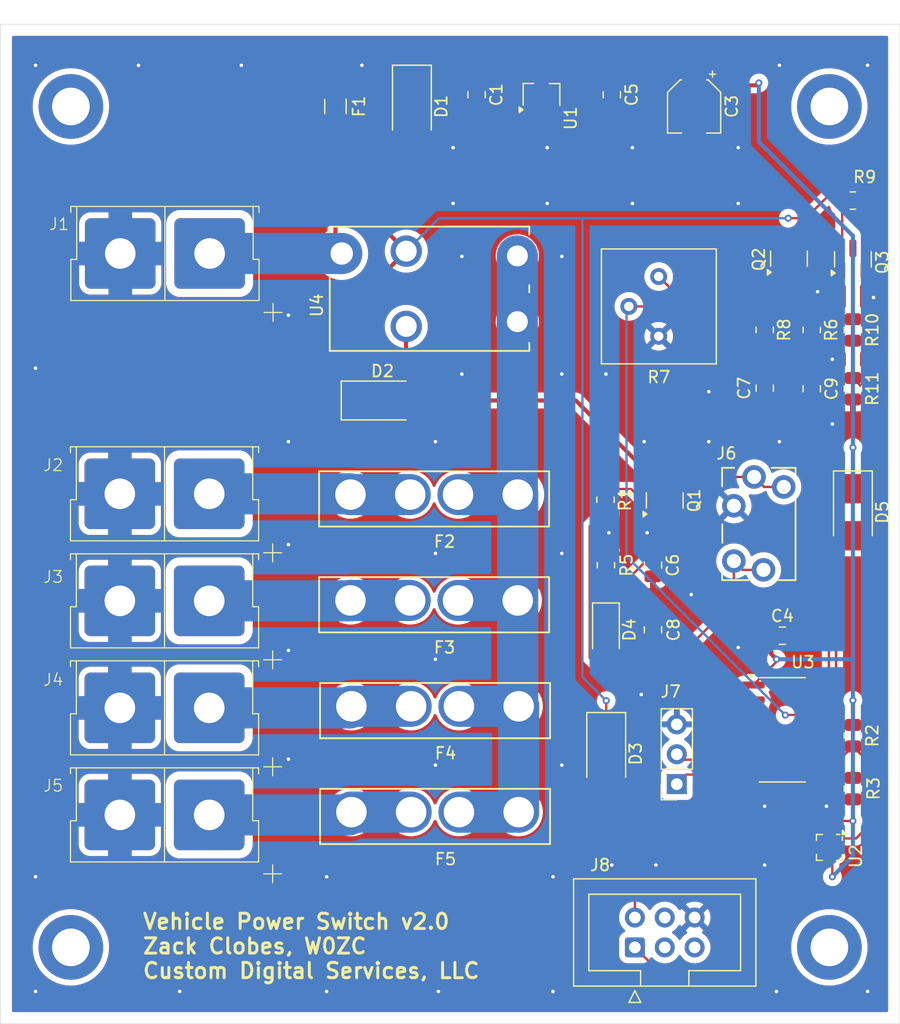
<source format=kicad_pcb>
(kicad_pcb (version 20241229) (generator "pcbnew") (generator_version "9.0")
  (layers (0 "F.Cu" signal) (2 "B.Cu" signal) (13 "F.Paste" user) (15 "B.Paste" user) (5 "F.SilkS" user "F.Silkscreen") (7 "B.SilkS" user "B.Silkscreen") (1 "F.Mask" user) (3 "B.Mask" user) (25 "Edge.Cuts" user))
  (net 0 "")
  (net 1 "+BATT")
  (net 2 "GND")
  (net 3 "+3V3")
  (net 4 "Net-(U3-PA5)")
  (net 5 "Net-(U3-PA2)")
  (net 6 "Net-(U3-PA4)")
  (net 7 "Net-(D5-A)")
  (net 8 "Net-(D3-A)")
  (net 9 "Net-(D4-A)")
  (net 10 "Net-(D4-K)")
  (net 11 "Net-(J7-Pin_2)")
  (net 12 "Net-(J7-Pin_1)")
  (net 16 "Net-(J8-DATA)")
  (net 17 "Net-(Q1-B)")
  (net 18 "Net-(Q2-B)")
  (net 19 "Net-(Q2-C)")
  (net 20 "Net-(Q3-D)")
  (net 21 "Net-(U3-PA7)")
  (net 22 "Net-(U3-PA3)")
  (net 26 "/2")
  (net 27 "/1")
  (net 28 "/In")
  (net 29 "Net-(D2-A)")
  (net 30 "/PB0")
  (net 31 "/PB1")
  (footprint "Package_TO_SOT_SMD:SOT-23" (layer "F.Cu") (at 112.5 90.5 90)
    (property "Reference" "Q1" (at 0 2.5 270) (layer "F.SilkS"))
    (property "Value" "MMBT2222A")
    (pad "1" smd roundrect (at -0.9375 -0.95 90) (size 1.475 0.6) (layers "F.Cu" "F.Mask" "F.Paste") (net 17 "Net-(Q1-B)"))
    (pad "2" smd roundrect (at -0.9375 0.95 90) (size 1.475 0.6) (layers "F.Cu" "F.Mask" "F.Paste") (net 2 "GND"))
    (pad "3" smd roundrect (at 0.9375 0 90) (size 1.475 0.6) (layers "F.Cu" "F.Mask" "F.Paste") (net 29 "Net-(D2-A)"))
  )
  (footprint "Package_TO_SOT_SMD:SOT-23" (layer "F.Cu") (at 128.5 70 90)
    (property "Reference" "Q3" (at -0.25 2.5 270) (layer "F.SilkS"))
    (property "Value" "BSS84")
    (pad "1" smd roundrect (at -0.9375 -0.95 90) (size 1.475 0.6) (layers "F.Cu" "F.Mask" "F.Paste") (net 19 "Net-(Q2-C)"))
    (pad "2" smd roundrect (at -0.9375 0.95 90) (size 1.475 0.6) (layers "F.Cu" "F.Mask" "F.Paste") (net 1 "+BATT"))
    (pad "3" smd roundrect (at 0.9375 0 90) (size 1.475 0.6) (layers "F.Cu" "F.Mask" "F.Paste") (net 20 "Net-(Q3-D)"))
  )
  (footprint "Package_TO_SOT_SMD:SOT-23" (layer "F.Cu") (at 123.0625 69.9375 90)
    (property "Reference" "Q2" (at -0.0625 -2.5625 270) (layer "F.SilkS"))
    (property "Value" "MMBT2222A")
    (pad "1" smd roundrect (at -0.9375 -0.95 90) (size 1.475 0.6) (layers "F.Cu" "F.Mask" "F.Paste") (net 18 "Net-(Q2-B)"))
    (pad "2" smd roundrect (at -0.9375 0.95 90) (size 1.475 0.6) (layers "F.Cu" "F.Mask" "F.Paste") (net 2 "GND"))
    (pad "3" smd roundrect (at 0.9375 0 90) (size 1.475 0.6) (layers "F.Cu" "F.Mask" "F.Paste") (net 19 "Net-(Q2-C)"))
  )
  (footprint "Custom DS:Fuse Clip Blade - 3522-2" (layer "F.Cu") (at 85.776 99)
    (property "Reference" "F3" (at 8 4 0) (layer "F.SilkS"))
    (property "Value" "3522-2")
    (pad "1" thru_hole circle (at 0 0) (size 3.0988 3.0988) (drill 2.5908) (layers "*.Cu" "*.Mask") (net 27 "/1"))
    (pad "2" thru_hole circle (at 5.08 0) (size 3.0988 3.0988) (drill 2.5908) (layers "*.Cu" "*.Mask") (net 27 "/1"))
    (pad "3" thru_hole circle (at 9.144 0) (size 3.0988 3.0988) (drill 2.5908) (layers "*.Cu" "*.Mask") (net 26 "/2"))
    (pad "4" thru_hole circle (at 14.224 0) (size 3.0988 3.0988) (drill 2.5908) (layers "*.Cu" "*.Mask") (net 26 "/2"))
  )
  (footprint "Package_SO:SOIC-14_3.9x8.7mm_P1.27mm" (layer "F.Cu") (at 122.5 110)
    (property "Reference" "U3" (at 1.75 -5.75 0) (layer "F.SilkS"))
    (property "Value" "ATtiny404-SS")
    (pad "1" smd roundrect (at -2.475 -3.81) (size 1.95 0.6) (layers "F.Cu" "F.Mask" "F.Paste") (net 3 "+3V3"))
    (pad "2" smd roundrect (at -2.475 -2.54) (size 1.95 0.6) (layers "F.Cu" "F.Mask" "F.Paste") (net 6 "Net-(U3-PA4)"))
    (pad "3" smd roundrect (at -2.475 -1.27) (size 1.95 0.6) (layers "F.Cu" "F.Mask" "F.Paste") (net 4 "Net-(U3-PA5)"))
    (pad "4" smd roundrect (at -2.475 0) (size 1.95 0.6) (layers "F.Cu" "F.Mask" "F.Paste") (net 9 "Net-(D4-A)"))
    (pad "5" smd roundrect (at -2.475 1.27) (size 1.95 0.6) (layers "F.Cu" "F.Mask" "F.Paste") (net 21 "Net-(U3-PA7)"))
    (pad "6" smd roundrect (at -2.475 2.54) (size 1.95 0.6) (layers "F.Cu" "F.Mask" "F.Paste") (net 11 "Net-(J7-Pin_2)"))
    (pad "7" smd roundrect (at -2.475 3.81) (size 1.95 0.6) (layers "F.Cu" "F.Mask" "F.Paste") (net 12 "Net-(J7-Pin_1)"))
    (pad "8" smd roundrect (at 2.475 3.81) (size 1.95 0.6) (layers "F.Cu" "F.Mask" "F.Paste") (net 31 "/PB1"))
    (pad "9" smd roundrect (at 2.475 2.54) (size 1.95 0.6) (layers "F.Cu" "F.Mask" "F.Paste") (net 30 "/PB0"))
    (pad "10" smd roundrect (at 2.475 1.27) (size 1.95 0.6) (layers "F.Cu" "F.Mask" "F.Paste") (net 16 "Net-(J8-DATA)"))
    (pad "11" smd roundrect (at 2.475 0) (size 1.95 0.6) (layers "F.Cu" "F.Mask" "F.Paste") (net 7 "Net-(D5-A)"))
    (pad "12" smd roundrect (at 2.475 -1.27) (size 1.95 0.6) (layers "F.Cu" "F.Mask" "F.Paste") (net 5 "Net-(U3-PA2)"))
    (pad "13" smd roundrect (at 2.475 -2.54) (size 1.95 0.6) (layers "F.Cu" "F.Mask" "F.Paste") (net 22 "Net-(U3-PA3)"))
    (pad "14" smd roundrect (at 2.475 -3.81) (size 1.95 0.6) (layers "F.Cu" "F.Mask" "F.Paste") (net 2 "GND"))
  )
  (footprint "Custom DS:Anderson Powerpole Vertical" (layer "F.Cu") (at 70 69.5 180)
    (property "Reference" "J1" (at 9 2.5 0) (layer "F.SilkS") (effects (font (thickness 0.1))))
    (property "Value" "~")
    (fp_text user "+" (at -10.5 -4 180) (layer "F.SilkS") (effects (font (size 2 2) (thickness 0.1)) (justify left bottom)))
    (pad "1" thru_hole roundrect (at -3.8 0 180) (size 6 6) (drill 2.6) (layers "*.Cu" "*.Mask") (roundrect_rratio 0.08333333333) (net 28 "/In") (clearance 0.7))
    (pad "2" thru_hole roundrect (at 3.8 0 180) (size 6 6) (drill 2.6) (layers "*.Cu" "*.Mask") (roundrect_rratio 0.08333333333) (net 2 "GND") (clearance 0.7) (thermal_bridge_width 2))
  )
  (footprint "Custom DS:Anderson Powerpole Vertical" (layer "F.Cu") (at 69.965 117.235 180)
    (property "Reference" "J5" (at 9.465 2.485 0) (layer "F.SilkS") (effects (font (thickness 0.1))))
    (property "Value" "~")
    (fp_text user "+" (at -10.5 -4 180) (layer "F.SilkS") (effects (font (size 2 2) (thickness 0.1)) (justify left bottom)))
    (pad "1" thru_hole roundrect (at -3.8 0 180) (size 6 6) (drill 2.6) (layers "*.Cu" "*.Mask") (roundrect_rratio 0.08333333333) (net 27 "/1") (clearance 0.7))
    (pad "2" thru_hole roundrect (at 3.8 0 180) (size 6 6) (drill 2.6) (layers "*.Cu" "*.Mask") (roundrect_rratio 0.08333333333) (net 2 "GND") (clearance 0.7) (thermal_bridge_width 2))
  )
  (footprint "Custom DS:Fuse Clip Blade - 3522-2" (layer "F.Cu") (at 85.776 90)
    (property "Reference" "F2" (at 8 4 0) (layer "F.SilkS"))
    (property "Value" "3522-2")
    (pad "1" thru_hole circle (at 0 0) (size 3.0988 3.0988) (drill 2.5908) (layers "*.Cu" "*.Mask") (net 27 "/1"))
    (pad "2" thru_hole circle (at 5.08 0) (size 3.0988 3.0988) (drill 2.5908) (layers "*.Cu" "*.Mask") (net 27 "/1"))
    (pad "3" thru_hole circle (at 9.144 0) (size 3.0988 3.0988) (drill 2.5908) (layers "*.Cu" "*.Mask") (net 26 "/2"))
    (pad "4" thru_hole circle (at 14.224 0) (size 3.0988 3.0988) (drill 2.5908) (layers "*.Cu" "*.Mask") (net 26 "/2"))
  )
  (footprint "MountingHole:MountingHole_3.2mm_M3_ISO14580_Pad" (layer "F.Cu") (at 126.5 128.5)
    (property "Reference" "H2" (hide yes))
    (property "Value" "MountingHole")
    (pad "1" thru_hole circle (at 0 0) (size 5.5 5.5) (drill 3.2) (layers "*.Cu" "*.Mask"))
  )
  (footprint "LED_SMD:LED_1206_3216Metric" (layer "F.Cu") (at 107.5 101.5 -90)
    (property "Reference" "D4" (at 0 -2 90) (layer "F.SilkS"))
    (property "Value" "LED")
    (pad "1" smd roundrect (at -1.4 0 270) (size 1.25 1.75) (layers "F.Cu" "F.Mask" "F.Paste") (roundrect_rratio 0.2) (net 10 "Net-(D4-K)"))
    (pad "2" smd roundrect (at 1.4 0 270) (size 1.25 1.75) (layers "F.Cu" "F.Mask" "F.Paste") (roundrect_rratio 0.2) (net 9 "Net-(D4-A)"))
  )
  (footprint "Capacitor_SMD:C_0805_2012Metric" (layer "F.Cu") (at 111.5 101.5 90)
    (property "Reference" "C8" (at 0 1.75 270) (layer "F.SilkS"))
    (property "Value" ".1uF")
    (pad "1" smd roundrect (at -0.95 0 90) (size 1 1.45) (layers "F.Cu" "F.Mask" "F.Paste") (net 6 "Net-(U3-PA4)"))
    (pad "2" smd roundrect (at 0.95 0 90) (size 1 1.45) (layers "F.Cu" "F.Mask" "F.Paste") (net 2 "GND"))
  )
  (footprint "Resistor_SMD:R_0805_2012Metric" (layer "F.Cu") (at 107.4625 90.4375 -90)
    (property "Reference" "R1" (at 0 -1.65 90) (layer "F.SilkS"))
    (property "Value" "1k")
    (pad "1" smd roundrect (at -0.9125 0 270) (size 1.025 1.4) (layers "F.Cu" "F.Mask" "F.Paste") (roundrect_rratio 0.243902) (net 17 "Net-(Q1-B)"))
    (pad "2" smd roundrect (at 0.9125 0 270) (size 1.025 1.4) (layers "F.Cu" "F.Mask" "F.Paste") (roundrect_rratio 0.243902) (net 21 "Net-(U3-PA7)"))
  )
  (footprint "Potentiometer_THT:Potentiometer_Bourns_3386P_Vertical" (layer "F.Cu") (at 111.985 71.46 180)
    (property "Reference" "R7" (at -0.015 -8.555 180) (layer "F.SilkS"))
    (property "Value" "47k")
    (pad "1" thru_hole circle (at 0 0 180) (size 1.44 1.44) (drill 0.8) (layers "*.Cu" "*.Mask") (net 22 "Net-(U3-PA3)"))
    (pad "2" thru_hole circle (at 2.54 -2.54 180) (size 1.44 1.44) (drill 0.8) (layers "*.Cu" "*.Mask") (net 5 "Net-(U3-PA2)"))
    (pad "3" thru_hole circle (at 0 -5.08 180) (size 1.44 1.44) (drill 0.8) (layers "*.Cu" "*.Mask") (net 2 "GND"))
  )
  (footprint "Fuse:Fuse_1206_3216Metric" (layer "F.Cu") (at 84.5 57 90)
    (property "Reference" "F1" (at 0 2 270) (layer "F.SilkS"))
    (property "Value" "Polyfuse")
    (pad "1" smd roundrect (at -1.4 0 90) (size 1.25 1.75) (layers "F.Cu" "F.Mask" "F.Paste") (roundrect_rratio 0.2) (net 28 "/In"))
    (pad "2" smd roundrect (at 1.4 0 90) (size 1.25 1.75) (layers "F.Cu" "F.Mask" "F.Paste") (roundrect_rratio 0.2) (net 1 "+BATT"))
  )
  (footprint "Connector_IDC:IDC-Header_2x03_P2.54mm_Vertical" (layer "F.Cu") (at 109.96 128.5 90)
    (property "Reference" "J8" (at 7 -2.96 0) (layer "F.SilkS"))
    (property "Value" "AVR-UPDI-6")
    (pad "1" thru_hole roundrect (at 0 0 90) (size 1.7 1.7) (drill 1) (layers "*.Cu" "*.Mask") (roundrect_rratio 0.147059) (net 16 "Net-(J8-DATA)"))
    (pad "2" thru_hole circle (at 2.54 0 90) (size 1.7 1.7) (drill 1) (layers "*.Cu" "*.Mask") (net 8 "Net-(D3-A)"))
    (pad "3" thru_hole circle (at 0 2.54 90) (size 1.7 1.7) (drill 1) (layers "*.Cu" "*.Mask"))
    (pad "4" thru_hole circle (at 2.54 2.54 90) (size 1.7 1.7) (drill 1) (layers "*.Cu" "*.Mask"))
    (pad "5" thru_hole circle (at 0 5.08 90) (size 1.7 1.7) (drill 1) (layers "*.Cu" "*.Mask"))
    (pad "6" thru_hole circle (at 2.54 5.08 90) (size 1.7 1.7) (drill 1) (layers "*.Cu" "*.Mask") (net 2 "GND"))
  )
  (footprint "Custom DS:Stereo Jack Vertical - STX-3790-5N" (layer "F.Cu") (at 120.097199 88.5 -90)
    (property "Reference" "J6" (at -2 2.347199 0) (layer "F.SilkS"))
    (property "Value" "STX-3790-5N")
    (pad "1" thru_hole circle (at 0 0 270) (size 2 2) (drill 1.2) (layers "*.Cu" "*.Mask") (net 4 "Net-(U3-PA5)"))
    (pad "2" thru_hole circle (at 0.849892 -2.52 270) (size 2 2) (drill 1.2) (layers "*.Cu" "*.Mask") (net 4 "Net-(U3-PA5)"))
    (pad "3" thru_hole circle (at 7.149998 1.719999 270) (size 2 2) (drill 1.2) (layers "*.Cu" "*.Mask") (net 6 "Net-(U3-PA4)"))
    (pad "4" thru_hole circle (at 7.899999 -0.800001 270) (size 2 2) (drill 1.2) (layers "*.Cu" "*.Mask") (net 6 "Net-(U3-PA4)"))
    (pad "5" thru_hole circle (at 2.45 1.719999 270) (size 2 2) (drill 1.2) (layers "*.Cu" "*.Mask") (net 2 "GND"))
  )
  (footprint "Resistor_SMD:R_0805_2012Metric" (layer "F.Cu") (at 107.5 96 90)
    (property "Reference" "R5" (at 0 1.75 270) (layer "F.SilkS"))
    (property "Value" "470")
    (pad "1" smd roundrect (at -0.9125 0 90) (size 1.025 1.4) (layers "F.Cu" "F.Mask" "F.Paste") (roundrect_rratio 0.243902) (net 10 "Net-(D4-K)"))
    (pad "2" smd roundrect (at 0.9125 0 90) (size 1.025 1.4) (layers "F.Cu" "F.Mask" "F.Paste") (roundrect_rratio 0.243902) (net 2 "GND"))
  )
  (footprint "Custom DS:12V Relay - ACNH" (layer "F.Cu") (at 92.5 72.5 -90)
    (property "Reference" "U4" (at 2.5 9 90) (layer "F.SilkS") (effects (justify left bottom)))
    (property "Value" "~")
    (pad "1" thru_hole circle (at -2.794 -7.4676 270) (size 2.667 2.667) (drill 1.778) (layers "*.Cu" "*.Mask") (net 26 "/2"))
    (pad "2" thru_hole circle (at -3.2004 1.9812 270) (size 2.667 2.667) (drill 1.778) (layers "*.Cu" "*.Mask") (net 1 "+BATT"))
    (pad "3" thru_hole circle (at -2.9972 7.4676 270) (size 2.8575 2.8575) (drill 1.905) (layers "*.Cu" "*.Mask") (net 28 "/In"))
    (pad "5" thru_hole circle (at 3.2004 1.9812 90) (size 2.667 2.667) (drill 1.778) (layers "*.Cu" "*.Mask") (net 29 "Net-(D2-A)"))
    (pad "6" thru_hole circle (at 2.794 -7.4676 270) (size 2.667 2.667) (drill 1.778) (layers "*.Cu" "*.Mask") (net 26 "/2"))
  )
  (footprint "Resistor_SMD:R_0805_2012Metric" (layer "F.Cu") (at 128.5 110.5 -90)
    (property "Reference" "R2" (at 0 -1.65 90) (layer "F.SilkS"))
    (property "Value" "4.7k")
    (pad "1" smd roundrect (at -0.9125 0 270) (size 1.025 1.4) (layers "F.Cu" "F.Mask" "F.Paste") (roundrect_rratio 0.243902) (net 3 "+3V3"))
    (pad "2" smd roundrect (at 0.9125 0 270) (size 1.025 1.4) (layers "F.Cu" "F.Mask" "F.Paste") (roundrect_rratio 0.243902) (net 30 "/PB0"))
  )
  (footprint "Capacitor_SMD:C_0805_2012Metric" (layer "F.Cu") (at 125 81 -90)
    (property "Reference" "C9" (at 0 -1.68 90) (layer "F.SilkS"))
    (property "Value" ".1uF")
    (pad "1" smd roundrect (at -0.95 0 270) (size 1 1.45) (layers "F.Cu" "F.Mask" "F.Paste") (net 7 "Net-(D5-A)"))
    (pad "2" smd roundrect (at 0.95 0 270) (size 1 1.45) (layers "F.Cu" "F.Mask" "F.Paste") (net 2 "GND"))
  )
  (footprint "Resistor_SMD:R_0805_2012Metric" (layer "F.Cu") (at 128.5 81 -90)
    (property "Reference" "R11" (at 0 -1.65 90) (layer "F.SilkS"))
    (property "Value" "22k")
    (pad "1" smd roundrect (at -0.9125 0 270) (size 1.025 1.4) (layers "F.Cu" "F.Mask" "F.Paste") (roundrect_rratio 0.243902) (net 7 "Net-(D5-A)"))
    (pad "2" smd roundrect (at 0.9125 0 270) (size 1.025 1.4) (layers "F.Cu" "F.Mask" "F.Paste") (roundrect_rratio 0.243902) (net 2 "GND"))
  )
  (footprint "Diode_SMD:D_SMA" (layer "F.Cu") (at 128.5 91.5 -90)
    (property "Reference" "D5" (at 0 -2.5 90) (layer "F.SilkS"))
    (property "Value" "MRA4007T3G")
    (pad "1" smd roundrect (at -2 0 270) (size 2.5 1.8) (layers "F.Cu" "F.Mask" "F.Paste") (roundrect_rratio 0.1388888889) (net 3 "+3V3"))
    (pad "2" smd roundrect (at 2 0 270) (size 2.5 1.8) (layers "F.Cu" "F.Mask" "F.Paste") (roundrect_rratio 0.1388888889) (net 7 "Net-(D5-A)"))
  )
  (footprint "Diode_SMD:D_SMA" (layer "F.Cu") (at 107.525 112.04 -90)
    (property "Reference" "D3" (at 0 -2.5 90) (layer "F.SilkS"))
    (property "Value" "MRA4007T3G")
    (pad "1" smd roundrect (at -2 0 270) (size 2.5 1.8) (layers "F.Cu" "F.Mask" "F.Paste") (roundrect_rratio 0.1388888889) (net 1 "+BATT"))
    (pad "2" smd roundrect (at 2 0 270) (size 2.5 1.8) (layers "F.Cu" "F.Mask" "F.Paste") (roundrect_rratio 0.1388888889) (net 8 "Net-(D3-A)"))
  )
  (footprint "Diode_SMD:D_SMA" (layer "F.Cu") (at 88.5 82)
    (property "Reference" "D2" (at 0 -2.5 0) (layer "F.SilkS"))
    (property "Value" "MRA4007T3G")
    (pad "1" smd roundrect (at -2 0) (size 2.5 1.8) (layers "F.Cu" "F.Mask" "F.Paste") (roundrect_rratio 0.1388888889) (net 1 "+BATT"))
    (pad "2" smd roundrect (at 2 0) (size 2.5 1.8) (layers "F.Cu" "F.Mask" "F.Paste") (roundrect_rratio 0.1388888889) (net 29 "Net-(D2-A)"))
  )
  (footprint "Custom DS:Anderson Powerpole Vertical" (layer "F.Cu") (at 69.965 108.135 180)
    (property "Reference" "J4" (at 9.465 2.385 0) (layer "F.SilkS") (effects (font (thickness 0.1))))
    (property "Value" "~")
    (fp_text user "+" (at -10.5 -4 180) (layer "F.SilkS") (effects (font (size 2 2) (thickness 0.1)) (justify left bottom)))
    (pad "1" thru_hole roundrect (at -3.8 0 180) (size 6 6) (drill 2.6) (layers "*.Cu" "*.Mask") (roundrect_rratio 0.08333333333) (net 27 "/1") (clearance 0.7))
    (pad "2" thru_hole roundrect (at 3.8 0 180) (size 6 6) (drill 2.6) (layers "*.Cu" "*.Mask") (roundrect_rratio 0.08333333333) (net 2 "GND") (clearance 0.7) (thermal_bridge_width 2))
  )
  (footprint "Connector_PinSocket_2.54mm:PinSocket_1x03_P2.54mm_Vertical" (layer "F.Cu") (at 113.525 114.62 180)
    (property "Reference" "J7" (at 0.525 7.87 180) (layer "F.SilkS"))
    (property "Value" "Debug Hdr")
    (pad "1" thru_hole rect (at 0 0 180) (size 1.7 1.7) (drill 1) (layers "*.Cu" "*.Mask") (net 12 "Net-(J7-Pin_1)"))
    (pad "2" thru_hole oval (at 0 2.54 180) (size 1.7 1.7) (drill 1) (layers "*.Cu" "*.Mask") (net 11 "Net-(J7-Pin_2)"))
    (pad "3" thru_hole oval (at 0 5.08 180) (size 1.7 1.7) (drill 1) (layers "*.Cu" "*.Mask") (net 2 "GND"))
  )
  (footprint "Resistor_SMD:R_0805_2012Metric" (layer "F.Cu") (at 128.5 65 180)
    (property "Reference" "R9" (at -1 2 180) (layer "F.SilkS"))
    (property "Value" "10k")
    (pad "1" smd roundrect (at -0.9125 0 180) (size 1.025 1.4) (layers "F.Cu" "F.Mask" "F.Paste") (roundrect_rratio 0.243902) (net 1 "+BATT"))
    (pad "2" smd roundrect (at 0.9125 0 180) (size 1.025 1.4) (layers "F.Cu" "F.Mask" "F.Paste") (roundrect_rratio 0.243902) (net 19 "Net-(Q2-C)"))
  )
  (footprint "MountingHole:MountingHole_3.2mm_M3_ISO14580_Pad" (layer "F.Cu") (at 62 57)
    (property "Reference" "H3" (hide yes))
    (property "Value" "MountingHole")
    (pad "1" thru_hole circle (at 0 0) (size 5.5 5.5) (drill 3.2) (layers "*.Cu" "*.Mask"))
  )
  (footprint "Custom DS:Fuse Clip Blade - 3522-2" (layer "F.Cu") (at 85.856 117)
    (property "Reference" "F5" (at 8 4 0) (layer "F.SilkS"))
    (property "Value" "3522-2")
    (pad "1" thru_hole circle (at 0 0) (size 3.0988 3.0988) (drill 2.5908) (layers "*.Cu" "*.Mask") (net 27 "/1"))
    (pad "2" thru_hole circle (at 5.08 0) (size 3.0988 3.0988) (drill 2.5908) (layers "*.Cu" "*.Mask") (net 27 "/1"))
    (pad "3" thru_hole circle (at 9.144 0) (size 3.0988 3.0988) (drill 2.5908) (layers "*.Cu" "*.Mask") (net 26 "/2"))
    (pad "4" thru_hole circle (at 14.224 0) (size 3.0988 3.0988) (drill 2.5908) (layers "*.Cu" "*.Mask") (net 26 "/2"))
  )
  (footprint "Diode_SMD:D_SMA" (layer "F.Cu") (at 91 57 -90)
    (property "Reference" "D1" (at 0 -2.5 90) (layer "F.SilkS"))
    (property "Value" "MRA4007T3G")
    (pad "1" smd roundrect (at -2 0 270) (size 2.5 1.8) (layers "F.Cu" "F.Mask" "F.Paste") (roundrect_rratio 0.1388888889) (net 1 "+BATT"))
    (pad "2" smd roundrect (at 2 0 270) (size 2.5 1.8) (layers "F.Cu" "F.Mask" "F.Paste") (roundrect_rratio 0.1388888889) (net 2 "GND"))
  )
  (footprint "Custom DS:Anderson Powerpole Vertical" (layer "F.Cu") (at 69.965 89.935 180)
    (property "Reference" "J2" (at 9.465 2.435 0) (layer "F.SilkS") (effects (font (thickness 0.1))))
    (property "Value" "~")
    (fp_text user "+" (at -10.5 -4 180) (layer "F.SilkS") (effects (font (size 2 2) (thickness 0.1)) (justify left bottom)))
    (pad "1" thru_hole roundrect (at -3.8 0 180) (size 6 6) (drill 2.6) (layers "*.Cu" "*.Mask") (roundrect_rratio 0.08333333333) (net 27 "/1") (clearance 0.7))
    (pad "2" thru_hole roundrect (at 3.8 0 180) (size 6 6) (drill 2.6) (layers "*.Cu" "*.Mask") (roundrect_rratio 0.08333333333) (net 2 "GND") (clearance 0.7) (thermal_bridge_width 2))
  )
  (footprint "Resistor_SMD:R_0805_2012Metric" (layer "F.Cu") (at 128.5 76 -90)
    (property "Reference" "R10" (at 0 -1.65 90) (layer "F.SilkS"))
    (property "Value" "100k")
    (pad "1" smd roundrect (at -0.9125 0 270) (size 1.025 1.4) (layers "F.Cu" "F.Mask" "F.Paste") (roundrect_rratio 0.243902) (net 20 "Net-(Q3-D)"))
    (pad "2" smd roundrect (at 0.9125 0 270) (size 1.025 1.4) (layers "F.Cu" "F.Mask" "F.Paste") (roundrect_rratio 0.243902) (net 7 "Net-(D5-A)"))
  )
  (footprint "Capacitor_SMD:C_0805_2012Metric" (layer "F.Cu") (at 96.5 56 -90)
    (property "Reference" "C1" (at 0 -1.68 90) (layer "F.SilkS"))
    (property "Value" ".1uF")
    (pad "1" smd roundrect (at -0.95 0 270) (size 1 1.45) (layers "F.Cu" "F.Mask" "F.Paste") (net 1 "+BATT"))
    (pad "2" smd roundrect (at 0.95 0 270) (size 1 1.45) (layers "F.Cu" "F.Mask" "F.Paste") (net 2 "GND"))
  )
  (footprint "Resistor_SMD:R_0805_2012Metric" (layer "F.Cu") (at 121 76 -90)
    (property "Reference" "R8" (at 0 -1.65 90) (layer "F.SilkS"))
    (property "Value" "100k")
    (pad "1" smd roundrect (at -0.9125 0 270) (size 1.025 1.4) (layers "F.Cu" "F.Mask" "F.Paste") (roundrect_rratio 0.243902) (net 18 "Net-(Q2-B)"))
    (pad "2" smd roundrect (at 0.9125 0 270) (size 1.025 1.4) (layers "F.Cu" "F.Mask" "F.Paste") (roundrect_rratio 0.243902) (net 2 "GND"))
  )
  (footprint "Resistor_SMD:R_0805_2012Metric" (layer "F.Cu") (at 125 76 -90)
    (property "Reference" "R6" (at 0 -1.65 90) (layer "F.SilkS"))
    (property "Value" "4.7k")
    (pad "1" smd roundrect (at -0.9125 0 270) (size 1.025 1.4) (layers "F.Cu" "F.Mask" "F.Paste") (roundrect_rratio 0.243902) (net 18 "Net-(Q2-B)"))
    (pad "2" smd roundrect (at 0.9125 0 270) (size 1.025 1.4) (layers "F.Cu" "F.Mask" "F.Paste") (roundrect_rratio 0.243902) (net 22 "Net-(U3-PA3)"))
  )
  (footprint "Capacitor_SMD:C_0805_2012Metric" (layer "F.Cu") (at 122.5 102)
    (property "Reference" "C4" (at 0 -1.68 0) (layer "F.SilkS"))
    (property "Value" ".1uF")
    (pad "1" smd roundrect (at -0.95 0) (size 1 1.45) (layers "F.Cu" "F.Mask" "F.Paste") (net 3 "+3V3"))
    (pad "2" smd roundrect (at 0.95 0) (size 1 1.45) (layers "F.Cu" "F.Mask" "F.Paste") (net 2 "GND"))
  )
  (footprint "MountingHole:MountingHole_3.2mm_M3_ISO14580_Pad" (layer "F.Cu") (at 126.5 57)
    (property "Reference" "H1" (hide yes))
    (property "Value" "MountingHole")
    (pad "1" thru_hole circle (at 0 0) (size 5.5 5.5) (drill 3.2) (layers "*.Cu" "*.Mask"))
  )
  (footprint "Resistor_SMD:R_0805_2012Metric" (layer "F.Cu") (at 128.5 115 90)
    (property "Reference" "R3" (at 0 1.75 270) (layer "F.SilkS"))
    (property "Value" "4.7k")
    (pad "1" smd roundrect (at -0.9125 0 90) (size 1.025 1.4) (layers "F.Cu" "F.Mask" "F.Paste") (roundrect_rratio 0.243902) (net 3 "+3V3"))
    (pad "2" smd roundrect (at 0.9125 0 90) (size 1.025 1.4) (layers "F.Cu" "F.Mask" "F.Paste") (roundrect_rratio 0.243902) (net 31 "/PB1"))
  )
  (footprint "Package_TO_SOT_SMD:TSOT-23" (layer "F.Cu") (at 102 56 90)
    (property "Reference" "U1" (at -2 2.5 90) (layer "F.SilkS"))
    (property "Value" "MCP1703Ax-250xxTT")
    (pad "1" smd roundrect (at -1.31 -0.95 90) (size 1.22 0.65) (layers "F.Cu" "F.Mask" "F.Paste") (net 2 "GND"))
    (pad "2" smd roundrect (at -1.31 0.95 90) (size 1.22 0.65) (layers "F.Cu" "F.Mask" "F.Paste") (net 3 "+3V3"))
    (pad "3" smd roundrect (at 1.31 0 90) (size 1.22 0.65) (layers "F.Cu" "F.Mask" "F.Paste") (net 1 "+BATT"))
  )
  (footprint "Capacitor_SMD:C_0805_2012Metric" (layer "F.Cu") (at 111.5 96 -90)
    (property "Reference" "C6" (at 0 -1.68 90) (layer "F.SilkS"))
    (property "Value" ".1uF")
    (pad "1" smd roundrect (at -0.95 0 270) (size 1 1.45) (layers "F.Cu" "F.Mask" "F.Paste") (net 4 "Net-(U3-PA5)"))
    (pad "2" smd roundrect (at 0.95 0 270) (size 1 1.45) (layers "F.Cu" "F.Mask" "F.Paste") (net 2 "GND"))
  )
  (footprint "Package_LGA:LGA-12_2x2mm_P0.5mm" (layer "F.Cu") (at 126.5 120 -90)
    (property "Reference" "U2" (at 0.75 -2.25 90) (layer "F.SilkS"))
    (property "Value" "LIS2HH12")
    (pad "1" smd rect (at -0.7625 -0.75 270) (size 0.375 0.35) (layers "F.Cu" "F.Mask" "F.Paste") (net 30 "/PB0") (clearance 0.1))
    (pad "2" smd rect (at -0.7625 -0.25 270) (size 0.375 0.35) (layers "F.Cu" "F.Mask" "F.Paste") (net 3 "+3V3") (clearance 0.1))
    (pad "3" smd rect (at -0.7625 0.25 270) (size 0.375 0.35) (layers "F.Cu" "F.Mask" "F.Paste") (clearance 0.1))
    (pad "4" smd rect (at -0.7625 0.75 270) (size 0.375 0.35) (layers "F.Cu" "F.Mask" "F.Paste") (net 31 "/PB1"))
    (pad "5" smd rect (at -0.25 0.7625) (size 0.375 0.35) (layers "F.Cu" "F.Mask" "F.Paste") (net 2 "GND") (clearance 0.01))
    (pad "6" smd rect (at 0.25 0.7625) (size 0.375 0.35) (layers "F.Cu" "F.Mask" "F.Paste") (net 2 "GND"))
    (pad "7" smd rect (at 0.7625 0.75 270) (size 0.375 0.35) (layers "F.Cu" "F.Mask" "F.Paste") (net 2 "GND"))
    (pad "8" smd rect (at 0.7625 0.25 270) (size 0.375 0.35) (layers "F.Cu" "F.Mask" "F.Paste") (net 2 "GND"))
    (pad "9" smd rect (at 0.7625 -0.25 270) (size 0.375 0.35) (layers "F.Cu" "F.Mask" "F.Paste") (net 3 "+3V3"))
    (pad "10" smd rect (at 0.7625 -0.75 270) (size 0.375 0.35) (layers "F.Cu" "F.Mask" "F.Paste") (net 3 "+3V3"))
    (pad "11" smd rect (at 0.25 -0.7625) (size 0.375 0.35) (layers "F.Cu" "F.Mask" "F.Paste"))
    (pad "12" smd rect (at -0.25 -0.7625) (size 0.375 0.35) (layers "F.Cu" "F.Mask" "F.Paste") (clearance 0.1))
  )
  (footprint "Custom DS:Anderson Powerpole Vertical" (layer "F.Cu") (at 69.965 99.035 180)
    (property "Reference" "J3" (at 9.465 2.035 0) (layer "F.SilkS") (effects (font (thickness 0.1))))
    (property "Value" "~")
    (fp_text user "+" (at -10.5 -4 180) (layer "F.SilkS") (effects (font (size 2 2) (thickness 0.1)) (justify left bottom)))
    (pad "1" thru_hole roundrect (at -3.8 0 180) (size 6 6) (drill 2.6) (layers "*.Cu" "*.Mask") (roundrect_rratio 0.08333333333) (net 27 "/1") (clearance 0.7))
    (pad "2" thru_hole roundrect (at 3.8 0 180) (size 6 6) (drill 2.6) (layers "*.Cu" "*.Mask") (roundrect_rratio 0.08333333333) (net 2 "GND") (clearance 0.7) (thermal_bridge_width 2))
  )
  (footprint "Custom DS:Fuse Clip Blade - 3522-2" (layer "F.Cu") (at 85.856 108)
    (property "Reference" "F4" (at 8 4 0) (layer "F.SilkS"))
    (property "Value" "3522-2")
    (pad "1" thru_hole circle (at 0 0) (size 3.0988 3.0988) (drill 2.5908) (layers "*.Cu" "*.Mask") (net 27 "/1"))
    (pad "2" thru_hole circle (at 5.08 0) (size 3.0988 3.0988) (drill 2.5908) (layers "*.Cu" "*.Mask") (net 27 "/1"))
    (pad "3" thru_hole circle (at 9.144 0) (size 3.0988 3.0988) (drill 2.5908) (layers "*.Cu" "*.Mask") (net 26 "/2"))
    (pad "4" thru_hole circle (at 14.224 0) (size 3.0988 3.0988) (drill 2.5908) (layers "*.Cu" "*.Mask") (net 26 "/2"))
  )
  (footprint "Capacitor_SMD:C_0805_2012Metric" (layer "F.Cu") (at 121 80.95 -90)
    (property "Reference" "C7" (at 0 1.75 90) (layer "F.SilkS"))
    (property "Value" ".1uF")
    (pad "1" smd roundrect (at -0.95 0 270) (size 1 1.45) (layers "F.Cu" "F.Mask" "F.Paste") (net 5 "Net-(U3-PA2)"))
    (pad "2" smd roundrect (at 0.95 0 270) (size 1 1.45) (layers "F.Cu" "F.Mask" "F.Paste") (net 2 "GND"))
  )
  (footprint "Capacitor_SMD:CP_Elec_4x5.3" (layer "F.Cu") (at 115 57 -90)
    (property "Reference" "C3" (at 0 -3.2 90) (layer "F.SilkS"))
    (property "Value" "10uF")
    (pad "1" smd roundrect (at -1.8 0 270) (size 2.6 1.6) (layers "F.Cu" "F.Mask" "F.Paste") (roundrect_rratio 0.15625) (net 3 "+3V3"))
    (pad "2" smd roundrect (at 1.8 0 270) (size 2.6 1.6) (layers "F.Cu" "F.Mask" "F.Paste") (roundrect_rratio 0.15625) (net 2 "GND"))
  )
  (footprint "MountingHole:MountingHole_3.2mm_M3_ISO14580_Pad" (layer "F.Cu") (at 62 128.5)
    (property "Reference" "H4" (hide yes))
    (property "Value" "MountingHole")
    (pad "1" thru_hole circle (at 0 0) (size 5.5 5.5) (drill 3.2) (layers "*.Cu" "*.Mask"))
  )
  (footprint "Capacitor_SMD:C_0805_2012Metric" (layer "F.Cu") (at 108 56 -90)
    (property "Reference" "C5" (at 0 -1.68 90) (layer "F.SilkS"))
    (property "Value" ".1uF")
    (pad "1" smd roundrect (at -0.95 0 270) (size 1 1.45) (layers "F.Cu" "F.Mask" "F.Paste") (net 3 "+3V3"))
    (pad "2" smd roundrect (at 0.95 0 270) (size 1 1.45) (layers "F.Cu" "F.Mask" "F.Paste") (net 2 "GND"))
  )
  (gr_rect (start 56 50) (end 132.5 135) (stroke (width 0.05)) (fill no) (layer "Edge.Cuts"))
  (gr_text "Vehicle Power Switch v2.0\nZack Clobes, W0ZC\nCustom Digital Services, LLC" (at 68 131.25 0) (layer "F.SilkS") (effects (font (size 1.3 1.3) (thickness 0.25) (bold yes)) (justify left bottom)))
  (segment (start 96.45 55) (end 96.5 55.05) (width 0.2) (layer "F.Cu") (net 1))
  (segment (start 123 66.5) (end 124.5 66.5) (width 0.2) (layer "F.Cu") (net 1))
  (segment (start 126.95 64.05) (end 128.4625 64.05) (width 0.2) (layer "F.Cu") (net 1))
  (segment (start 86.5 73.3184) (end 90.5188 69.2996) (width 0.35) (layer "F.Cu") (net 1))
  (segment (start 90.5188 69.2996) (end 87.5 66.2808) (width 0.35) (layer "F.Cu") (net 1))
  (segment (start 90.4 55.6) (end 91 55) (width 0.2) (layer "F.Cu") (net 1))
  (segment (start 86.5 55.6) (end 87.5 55.6) (width 0.35) (layer "F.Cu") (net 1))
  (segment (start 96.5 55.05) (end 101.64 55.05) (width 0.35) (layer "F.Cu") (net 1))
  (segment (start 129.4125 65) (end 129.4125 70.9) (width 0.2) (layer "F.Cu") (net 1))
  (segment (start 84.5 55.6) (end 86.5 55.6) (width 0.35) (layer "F.Cu") (net 1))
  (segment (start 128.4625 64.05) (end 129.4125 65) (width 0.2) (layer "F.Cu") (net 1))
  (segment (start 107.525 110.04) (end 107.525 107.525) (width 0.2) (layer "F.Cu") (net 1))
  (segment (start 101.64 55.05) (end 102 54.69) (width 0.2) (layer "F.Cu") (net 1))
  (segment (start 107.5 107.5) (end 107.525 107.525) (width 0.2) (layer "F.Cu") (net 1))
  (segment (start 87.5 55.6) (end 90.4 55.6) (width 0.35) (layer "F.Cu") (net 1))
  (segment (start 124.5 66.5) (end 126.95 64.05) (width 0.2) (layer "F.Cu") (net 1))
  (segment (start 91 55) (end 96.45 55) (width 0.35) (layer "F.Cu") (net 1))
  (segment (start 86.5 82) (end 86.5 73.3184) (width 0.35) (layer "F.Cu") (net 1))
  (segment (start 87.5 66.2808) (end 87.5 55.6) (width 0.35) (layer "F.Cu") (net 1))
  (segment (start 129.4125 70.9) (end 129.45 70.9375) (width 0.2) (layer "F.Cu") (net 1))
  (via (at 107.525 107.525) (size 0.6) (drill 0.3) (layers "F.Cu" "B.Cu") (net 1))
  (via (at 123 66.5) (size 0.6) (drill 0.3) (layers "F.Cu" "B.Cu") (net 1))
  (segment (start 93.3184 66.5) (end 90.5188 69.2996) (width 0.2) (layer "B.Cu") (net 1))
  (segment (start 123 66.5) (end 105.5 66.5) (width 0.2) (layer "B.Cu") (net 1))
  (segment (start 105.5 66.5) (end 93.3184 66.5) (width 0.2) (layer "B.Cu") (net 1))
  (segment (start 107.525 107.525) (end 105.5 105.5) (width 0.2) (layer "B.Cu") (net 1))
  (segment (start 105.5 105.5) (end 105.5 67.5) (width 0.2) (layer "B.Cu") (net 1))
  (segment (start 105.5 67.5) (end 105.5 66.5) (width 0.2) (layer "B.Cu") (net 1))
  (segment (start 125.7375 119.75) (end 125.7375 120.75) (width 0.2) (layer "F.Cu") (net 2))
  (segment (start 126.25 120.7625) (end 125.75 120.7625) (width 0.2) (layer "F.Cu") (net 2))
  (via (at 59 53.5) (size 0.6) (drill 0.3) (layers "F.Cu" "B.Cu") (net 2))
  (via (at 93 113) (size 0.6) (drill 0.3) (layers "F.Cu" "B.Cu") (net 2))
  (via (at 125.5 72.75) (size 0.6) (drill 0.3) (layers "F.Cu" "B.Cu") (net 2))
  (via (at 111.75 121.5) (size 0.6) (drill 0.3) (layers "F.Cu" "B.Cu") (net 2))
  (via (at 121 116.5) (size 0.6) (drill 0.3) (layers "F.Cu" "B.Cu") (net 2))
  (via (at 122.25 85.5) (size 0.6) (drill 0.3) (layers "F.Cu" "B.Cu") (net 2))
  (via (at 80.5 112.5) (size 0.6) (drill 0.3) (layers "F.Cu" "B.Cu") (net 2))
  (via (at 130.25 73.25) (size 0.6) (drill 0.3) (layers "F.Cu" "B.Cu") (net 2))
  (via (at 76.5 53.5) (size 0.6) (drill 0.3) (layers "F.Cu" "B.Cu") (net 2))
  (via (at 95.25 69.75) (size 0.6) (drill 0.3) (layers "F.Cu" "B.Cu") (net 2))
  (via (at 122 132.25) (size 0.6) (drill 0.3) (layers "F.Cu" "B.Cu") (net 2))
  (via (at 80.5 74.75) (size 0.6) (drill 0.3) (layers "F.Cu" "B.Cu") (net 2))
  (via (at 126.75 78.5) (size 0.6) (drill 0.3) (layers "F.Cu" "B.Cu") (net 2))
  (via (at 86.75 53.5) (size 0.6) (drill 0.3) (layers "F.Cu" "B.Cu") (net 2))
  (via (at 129.75 132.25) (size 0.6) (drill 0.3) (layers "F.Cu" "B.Cu") (net 2))
  (via (at 83.75 132.25) (size 0.6) (drill 0.3) (layers "F.Cu" "B.Cu") (net 2))
  (via (at 116.25 85.5) (size 0.6) (drill 0.3) (layers "F.Cu" "B.Cu") (net 2))
  (via (at 94.5 60.5) (size 0.6) (drill 0.3) (layers "F.Cu" "B.Cu") (net 2))
  (via (at 121 121.5) (size 0.6) (drill 0.3) (layers "F.Cu" "B.Cu") (net 2))
  (via (at 80.5 94.25) (size 0.6) (drill 0.3) (layers "F.Cu" "B.Cu") (net 2))
  (via (at 103.75 79.75) (size 0.6) (drill 0.3) (layers "F.Cu" "B.Cu") (net 2))
  (via (at 93 85.5) (size 0.6) (drill 0.3) (layers "F.Cu" "B.Cu") (net 2))
  (via (at 129.75 53.5) (size 0.6) (drill 0.3) (layers "F.Cu" "B.Cu") (net 2))
  (via (at 103 132.25) (size 0.6) (drill 0.3) (layers "F.Cu" "B.Cu") (net 2))
  (via (at 126.25 116.5) (size 0.6) (drill 0.3) (layers "F.Cu" "B.Cu") (net 2))
  (via (at 67.75 53.5) (size 0.6) (drill 0.3) (layers "F.Cu" "B.Cu") (net 2))
  (via (at 111 93.25) (size 0.6) (drill 0.3) (layers "F.Cu" "B.Cu") (net 2))
  (via (at 126.75 84) (size 0.6) (drill 0.3) (layers "F.Cu" "B.Cu") (net 2))
  (via (at 109.75 65.25) (size 0.6) (drill 0.3) (layers "F.Cu" "B.Cu") (net 2))
  (via (at 59 122.5) (size 0.6) (drill 0.3) (layers "F.Cu" "B.Cu") (net 2))
  (via (at 71.25 132.25) (size 0.6) (drill 0.3) (layers "F.Cu" "B.Cu") (net 2))
  (via (at 80.5 103.25) (size 0.6) (drill 0.3) (layers "F.Cu" "B.Cu") (net 2))
  (via (at 94.5 65.25) (size 0.6) (drill 0.3) (layers "F.Cu" "B.Cu") (net 2))
  (via (at 93.25 132.25) (size 0.6) (drill 0.3) (layers "F.Cu" "B.Cu") (net 2))
  (via (at 114.75 98.5) (size 0.6) (drill 0.3) (layers "F.Cu" "B.Cu") (net 2))
  (via (at 103.75 69.75) (size 0.6) (drill 0.3) (layers "F.Cu" "B.Cu") (net 2))
  (via (at 59 132.25) (size 0.6) (drill 0.3) (layers "F.Cu" "B.Cu") (net 2))
  (via (at 107.75 93.25) (size 0.6) (drill 0.3) (layers "F.Cu" "B.Cu") (net 2))
  (via (at 93 104) (size 0.6) (drill 0.3) (layers "F.Cu" "B.Cu") (net 2))
  (via (at 102.5 60.5) (size 0.6) (drill 0.3) (layers "F.Cu" "B.Cu") (net 2))
  (via (at 122.25 53.5) (size 0.6) (drill 0.3) (layers "F.Cu" "B.Cu") (net 2))
  (via (at 93 95) (size 0.6) (drill 0.3) (layers "F.Cu" "B.Cu") (net 2))
  (via (at 107.5 79.75) (size 0.6) (drill 0.3) (layers "F.Cu" "B.Cu") (net 2))
  (via (at 118.75 103) (size 0.6) (drill 0.3) (layers "F.Cu" "B.Cu") (net 2))
  (via (at 109.75 60.5) (size 0.6) (drill 0.3) (layers "F.Cu" "B.Cu") (net 2))
  (via (at 118.75 60.5) (size 0.6) (drill 0.3) (layers "F.Cu" "B.Cu") (net 2))
  (via (at 103 122.5) (size 0.6) (drill 0.3) (layers "F.Cu" "B.Cu") (net 2))
  (via (at 102.5 65.25) (size 0.6) (drill 0.3) (layers "F.Cu" "B.Cu") (net 2))
  (via (at 108 121.5) (size 0.6) (drill 0.3) (layers "F.Cu" "B.Cu") (net 2))
  (via (at 118.75 65.25) (size 0.6) (drill 0.3) (layers "F.Cu" "B.Cu") (net 2))
  (via (at 59 79.25) (size 0.6) (drill 0.3) (layers "F.Cu" "B.Cu") (net 2))
  (via (at 110.5 107) (size 0.6) (drill 0.3) (layers "F.Cu" "B.Cu") (net 2))
  (via (at 80.5 85.5) (size 0.6) (drill 0.3) (layers "F.Cu" "B.Cu") (net 2))
  (via (at 103.75 95) (size 0.6) (drill 0.3) (layers "F.Cu" "B.Cu") (net 2))
  (via (at 95.25 79.75) (size 0.6) (drill 0.3) (layers "F.Cu" "B.Cu") (net 2))
  (via (at 110.75 85.5) (size 0.6) (drill 0.3) (layers "F.Cu" "B.Cu") (net 2))
  (via (at 83.75 122.5) (size 0.6) (drill 0.3) (layers "F.Cu" "B.Cu") (net 2))
  (via (at 116.25 81.25) (size 0.6) (drill 0.3) (layers "F.Cu" "B.Cu") (net 2))
  (via (at 103.75 113) (size 0.6) (drill 0.3) (layers "F.Cu" "B.Cu") (net 2))
  (segment (start 108 55.05) (end 114.85 55.05) (width 0.35) (layer "F.Cu") (net 3))
  (segment (start 122 104.215) (end 122 104) (width 0.2) (layer "F.Cu") (net 3))
  (segment (start 128.5 89.5) (end 128.5 86) (width 0.35) (layer "F.Cu") (net 3))
  (segment (start 126.75 120.7625) (end 127.25 120.7625) (width 0.2) (layer "F.Cu") (net 3))
  (segment (start 115 55.2) (end 120.3 55.2) (width 0.35) (layer "F.Cu") (net 3))
  (segment (start 114.85 55.05) (end 115 55.2) (width 0.2) (layer "F.Cu") (net 3))
  (segment (start 121.55 103.55) (end 122 104) (width 0.35) (layer "F.Cu") (net 3))
  (segment (start 128.609578 117.75) (end 128.5 117.75) (width 0.15) (layer "F.Cu") (net 3))
  (segment (start 102.95 57.31) (end 105.21 55.05) (width 0.35) (layer "F.Cu") (net 3))
  (segment (start 128.5 109.5875) (end 128.5 107.5) (width 0.35) (layer "F.Cu") (net 3))
  (segment (start 126.75 118.5) (end 127.5 117.75) (width 0.2) (layer "F.Cu") (net 3))
  (segment (start 126.75 119.2375) (end 126.75 118.5) (width 0.2) (layer "F.Cu") (net 3))
  (segment (start 120.025 106.19) (end 122 104.215) (width 0.2) (layer "F.Cu") (net 3))
  (segment (start 126.75 120.7625) (end 126.75 122.5) (width 0.2) (layer "F.Cu") (net 3))
  (segment (start 105.21 55.05) (end 108 55.05) (width 0.35) (layer "F.Cu") (net 3))
  (segment (start 120.3 55.2) (end 120.5 55) (width 0.2) (layer "F.Cu") (net 3))
  (segment (start 121.55 102) (end 121.55 103.55) (width 0.35) (layer "F.Cu") (net 3))
  (segment (start 127.5 117.75) (end 128.5 117.75) (width 0.2) (layer "F.Cu") (net 3))
  (segment (start 128.679789 116.232711) (end 129 115.9125) (width 0.2) (layer "F.Cu") (net 3))
  (segment (start 128.5 117.75) (end 128.5 115.9125) (width 0.35) (layer "F.Cu") (net 3))
  (via (at 126.75 122.5) (size 0.6) (drill 0.3) (layers "F.Cu" "B.Cu") (net 3))
  (via (at 128.5 117.75) (size 0.6) (drill 0.3) (layers "F.Cu" "B.Cu") (net 3))
  (via (at 120.5 55) (size 0.6) (drill 0.3) (layers "F.Cu" "B.Cu") (net 3))
  (via (at 122 104) (size 0.6) (drill 0.3) (layers "F.Cu" "B.Cu") (net 3))
  (via (at 128.5 107.5) (size 0.6) (drill 0.3) (layers "F.Cu" "B.Cu") (net 3))
  (via (at 128.5 86) (size 0.6) (drill 0.3) (layers "F.Cu" "B.Cu") (net 3))
  (segment (start 128.5 117.75) (end 128.5 107.5) (width 0.35) (layer "B.Cu") (net 3))
  (segment (start 128.5 104) (end 128.5 86) (width 0.35) (layer "B.Cu") (net 3))
  (segment (start 128.5 107.5) (end 128.5 104) (width 0.35) (layer "B.Cu") (net 3))
  (segment (start 128.5 120.75) (end 126.75 122.5) (width 0.35) (layer "B.Cu") (net 3))
  (segment (start 120.5 60) (end 120.5 55) (width 0.35) (layer "B.Cu") (net 3))
  (segment (start 128.5 117.75) (end 128.5 120.75) (width 0.35) (layer "B.Cu") (net 3))
  (segment (start 122 104) (end 128.5 104) (width 0.35) (layer "B.Cu") (net 3))
  (segment (start 128.5 86) (end 128.5 68) (width 0.35) (layer "B.Cu") (net 3))
  (segment (start 128.5 68) (end 120.5 60) (width 0.35) (layer "B.Cu") (net 3))
  (segment (start 109.9564 103.4564) (end 109.5 103) (width 0.2) (layer "F.Cu") (net 4))
  (segment (start 120.025 108.73) (end 118.58758 108.73) (width 0.2) (layer "F.Cu") (net 4))
  (segment (start 114.75 89.5) (end 114.75 92.75) (width 0.2) (layer "F.Cu") (net 4))
  (segment (start 120.097199 88.5) (end 115.75 88.5) (width 0.2) (layer "F.Cu") (net 4))
  (segment (start 122.617199 89.349892) (end 120.947091 89.349892) (width 0.2) (layer "F.Cu") (net 4))
  (segment (start 112.45 95.05) (end 111.5 95.05) (width 0.2) (layer "F.Cu") (net 4))
  (segment (start 109.5 103) (end 109.5 97.05) (width 0.2) (layer "F.Cu") (net 4))
  (segment (start 114.75 92.75) (end 112.45 95.05) (width 0.2) (layer "F.Cu") (net 4))
  (segment (start 113.31398 103.4564) (end 109.9564 103.4564) (width 0.2) (layer "F.Cu") (net 4))
  (segment (start 118.58758 108.73) (end 113.31398 103.4564) (width 0.2) (layer "F.Cu") (net 4))
  (segment (start 109.5 97.05) (end 111.5 95.05) (width 0.2) (layer "F.Cu") (net 4))
  (segment (start 120.947091 89.349892) (end 120.097199 88.5) (width 0.2) (layer "F.Cu") (net 4))
  (segment (start 115.75 88.5) (end 114.75 89.5) (width 0.2) (layer "F.Cu") (net 4))
  (segment (start 119.75 80) (end 121 80) (width 0.2) (layer "F.Cu") (net 5))
  (segment (start 109.445 74) (end 113.75 74) (width 0.2) (layer "F.Cu") (net 5))
  (segment (start 122.77 108.73) (end 122.75 108.75) (width 0.2) (layer "F.Cu") (net 5))
  (segment (start 124.975 108.73) (end 122.77 108.73) (width 0.2) (layer "F.Cu") (net 5))
  (segment (start 113.75 74) (end 119.75 80) (width 0.2) (layer "F.Cu") (net 5))
  (via (at 122.75 108.75) (size 0.6) (drill 0.3) (layers "F.Cu" "B.Cu") (net 5))
  (segment (start 109.25 74.195) (end 109.445 74) (width 0.2) (layer "B.Cu") (net 5))
  (segment (start 109.25 95.25) (end 109.25 74.195) (width 0.2) (layer "B.Cu") (net 5))
  (segment (start 122.75 108.75) (end 109.25 95.25) (width 0.2) (layer "B.Cu") (net 5))
  (segment (start 114.10758 103.39242) (end 118.17516 107.46) (width 0.2) (layer "F.Cu") (net 6))
  (segment (start 111.5 102.45) (end 113.16516 102.45) (width 0.2) (layer "F.Cu") (net 6))
  (segment (start 118.3772 95.649998) (end 118.3772 99.1228) (width 0.2) (layer "F.Cu") (net 6))
  (segment (start 119.127201 96.399999) (end 118.3772 95.649998) (width 0.2) (layer "F.Cu") (net 6))
  (segment (start 120.8972 96.399999) (end 119.127201 96.399999) (width 0.2) (layer "F.Cu") (net 6))
  (segment (start 118.17516 107.46) (end 120.025 107.46) (width 0.2) (layer "F.Cu") (net 6))
  (segment (start 113.16516 102.45) (end 114.10758 103.39242) (width 0.2) (layer "F.Cu") (net 6))
  (segment (start 118.3772 99.1228) (end 114.10758 103.39242) (width 0.2) (layer "F.Cu") (net 6))
  (segment (start 128.5 93.5) (end 127.0628 94.9372) (width 0.2) (layer "F.Cu") (net 7))
  (segment (start 127.0628 108.887199) (end 125.949999 110) (width 0.2) (layer "F.Cu") (net 7))
  (segment (start 128.4625 80.05) (end 128.5 80.0875) (width 0.2) (layer "F.Cu") (net 7))
  (segment (start 130 92) (end 130 81.5875) (width 0.2) (layer "F.Cu") (net 7))
  (segment (start 128.5 93.5) (end 130 92) (width 0.2) (layer "F.Cu") (net 7))
  (segment (start 125 80.05) (end 128.4625 80.05) (width 0.2) (layer "F.Cu") (net 7))
  (segment (start 127.0628 94.9372) (end 127.0628 108.887199) (width 0.2) (layer "F.Cu") (net 7))
  (segment (start 130 81.5875) (end 128.5 80.0875) (width 0.2) (layer "F.Cu") (net 7))
  (segment (start 128.5 76.9125) (end 128.5 80.0875) (width 0.2) (layer "F.Cu") (net 7))
  (segment (start 125.949999 110) (end 124.975 110) (width 0.2) (layer "F.Cu") (net 7))
  (segment (start 109.96 125.96) (end 109.96 116.475) (width 0.2) (layer "F.Cu") (net 8))
  (segment (start 109.96 116.475) (end 107.525 114.04) (width 0.2) (layer "F.Cu") (net 8))
  (segment (start 108.6628 104.0628) (end 107.5 102.9) (width 0.2) (layer "F.Cu") (net 9))
  (segment (start 113.0628 104.0628) (end 108.6628 104.0628) (width 0.2) (layer "F.Cu") (net 9))
  (segment (start 119 110) (end 113.0628 104.0628) (width 0.2) (layer "F.Cu") (net 9))
  (segment (start 120.025 110) (end 119 110) (width 0.2) (layer "F.Cu") (net 9))
  (segment (start 107.5 96.9125) (end 107.5 100.1) (width 0.2) (layer "F.Cu") (net 10))
  (segment (start 120.025 112.54) (end 113.985 112.54) (width 0.2) (layer "F.Cu") (net 11))
  (segment (start 113.985 112.54) (end 113.525 112.08) (width 0.2) (layer "F.Cu") (net 11))
  (segment (start 120.025 113.81) (end 114.335 113.81) (width 0.2) (layer "F.Cu") (net 12))
  (segment (start 114.335 113.81) (end 113.525 114.62) (width 0.2) (layer "F.Cu") (net 12))
  (segment (start 123 124) (end 116.75 130.25) (width 0.2) (layer "F.Cu") (net 16))
  (segment (start 116.75 130.25) (end 111.71 130.25) (width 0.2) (layer "F.Cu") (net 16))
  (segment (start 123 112) (end 123 124) (width 0.2) (layer "F.Cu") (net 16))
  (segment (start 111.71 130.25) (end 109.96 128.5) (width 0.2) (layer "F.Cu") (net 16))
  (segment (start 124.975 111.27) (end 123.73 111.27) (width 0.2) (layer "F.Cu") (net 16))
  (segment (start 123.73 111.27) (end 123 112) (width 0.2) (layer "F.Cu") (net 16))
  (segment (start 109.6375 89.525) (end 111.55 91.4375) (width 0.2) (layer "F.Cu") (net 17))
  (segment (start 107.4625 89.525) (end 109.6375 89.525) (width 0.2) (layer "F.Cu") (net 17))
  (segment (start 122.1125 73.8875) (end 121 75) (width 0.2) (layer "F.Cu") (net 18))
  (segment (start 125 75.0875) (end 121 75.0875) (width 0.2) (layer "F.Cu") (net 18))
  (segment (start 122.1125 70.875) (end 122.1125 73.8875) (width 0.2) (layer "F.Cu") (net 18))
  (segment (start 127.5875 65) (end 127.5875 70.9) (width 0.2) (layer "F.Cu") (net 19))
  (segment (start 127.5875 70.9) (end 127.55 70.9375) (width 0.2) (layer "F.Cu") (net 19))
  (segment (start 125.6125 69) (end 127.55 70.9375) (width 0.2) (layer "F.Cu") (net 19))
  (segment (start 123.0625 69) (end 125.6125 69) (width 0.2) (layer "F.Cu") (net 19))
  (segment (start 128.5 69.0625) (end 128.5 75.0875) (width 0.2) (layer "F.Cu") (net 20))
  (segment (start 106.1186 103.8686) (end 106.1186 92.6939) (width 0.2) (layer "F.Cu") (net 21))
  (segment (start 112.81162 104.6692) (end 106.9192 104.6692) (width 0.2) (layer "F.Cu") (net 21))
  (segment (start 106.9192 104.6692) (end 106.1186 103.8686) (width 0.2) (layer "F.Cu") (net 21))
  (segment (start 118.5436 110.40118) (end 112.81162 104.6692) (width 0.2) (layer "F.Cu") (net 21))
  (segment (start 119.387554 111.27) (end 118.5436 110.426046) (width 0.2) (layer "F.Cu") (net 21))
  (segment (start 106.1186 92.6939) (end 107.4625 91.35) (width 0.2) (layer "F.Cu") (net 21))
  (segment (start 118.5436 110.426046) (end 118.5436 110.40118) (width 0.2) (layer "F.Cu") (net 21))
  (segment (start 120.025 111.27) (end 119.387554 111.27) (width 0.2) (layer "F.Cu") (net 21))
  (segment (start 125 77.75) (end 125 76.9125) (width 0.2) (layer "F.Cu") (net 22))
  (segment (start 124.75 78) (end 125 77.75) (width 0.2) (layer "F.Cu") (net 22))
  (segment (start 122.5 78) (end 124.75 78) (width 0.2) (layer "F.Cu") (net 22))
  (segment (start 125.612446 107.46) (end 124.975 107.46) (width 0.2) (layer "F.Cu") (net 22))
  (segment (start 123 78) (end 123 83) (width 0.2) (layer "F.Cu") (net 22))
  (segment (start 126.4564 86.4564) (end 126.4564 106.616046) (width 0.2) (layer "F.Cu") (net 22))
  (segment (start 123 83) (end 126.4564 86.4564) (width 0.2) (layer "F.Cu") (net 22))
  (segment (start 111.985 71.46) (end 118.525 78) (width 0.2) (layer "F.Cu") (net 22))
  (segment (start 126.4564 106.616046) (end 125.612446 107.46) (width 0.2) (layer "F.Cu") (net 22))
  (segment (start 118.525 78) (end 122.5 78) (width 0.2) (layer "F.Cu") (net 22))
  (segment (start 99.9676 89.9676) (end 100 90) (width 3.5) (layer "F.Cu") (net 26))
  (segment (start 99.9676 75.294) (end 99.9676 89.9676) (width 3.5) (layer "B.Cu") (net 26))
  (segment (start 100.08 108) (end 100.08 117) (width 3.5) (layer "B.Cu") (net 26))
  (segment (start 99.9676 69.706) (end 99.9676 75.294) (width 3.5) (layer "B.Cu") (net 26))
  (segment (start 100 90) (end 100 99) (width 3.5) (layer "B.Cu") (net 26))
  (segment (start 100 99) (end 100 107.2036) (width 3.5) (layer "B.Cu") (net 26))
  (segment (start 100 90) (end 94.92 90) (width 3.5) (layer "B.Cu") (net 26))
  (segment (start 100.08 108) (end 95 108) (width 3.5) (layer "B.Cu") (net 26))
  (segment (start 100 99) (end 94.92 99) (width 3.5) (layer "B.Cu") (net 26))
  (segment (start 100.08 117) (end 95 117) (width 3.5) (layer "B.Cu") (net 26))
  (segment (start 73.9 108) (end 73.765 108.135) (width 3.5) (layer "F.Cu") (net 27))
  (segment (start 74 117) (end 73.765 117.235) (width 3.5) (layer "F.Cu") (net 27))
  (segment (start 73.8 99) (end 73.765 99.035) (width 3.5) (layer "F.Cu") (net 27))
  (segment (start 73.83 90) (end 73.765 89.935) (width 3.5) (layer "F.Cu") (net 27))
  (segment (start 85.741 99.035) (end 85.776 99) (width 3.5) (layer "B.Cu") (net 27))
  (segment (start 85.711 89.935) (end 85.776 90) (width 3.5) (layer "B.Cu") (net 27))
  (segment (start 73.765 99.035) (end 85.741 99.035) (width 3.5) (layer "B.Cu") (net 27))
  (segment (start 90.936 108) (end 85.856 108) (width 3.5) (layer "B.Cu") (net 27))
  (segment (start 73.765 117.235) (end 85.621 117.235) (width 3.5) (layer "B.Cu") (net 27))
  (segment (start 85.721 108.135) (end 85.856 108) (width 3.5) (layer "B.Cu") (net 27))
  (segment (start 73.765 89.935) (end 85.711 89.935) (width 3.5) (layer "B.Cu") (net 27))
  (segment (start 90.856 90) (end 85.776 90) (width 3.5) (layer "B.Cu") (net 27))
  (segment (start 90.856 99) (end 85.776 99) (width 3.5) (layer "B.Cu") (net 27))
  (segment (start 85.621 117.235) (end 85.856 117) (width 3.5) (layer "B.Cu") (net 27))
  (segment (start 90.936 117) (end 85.856 117) (width 3.5) (layer "B.Cu") (net 27))
  (segment (start 73.765 108.135) (end 85.721 108.135) (width 3.5) (layer "B.Cu") (net 27))
  (segment (start 84.5 58.4) (end 84.5 68.9704) (width 0.35) (layer "F.Cu") (net 28))
  (segment (start 84.5 68.9704) (end 85.0324 69.5028) (width 0.2) (layer "F.Cu") (net 28))
  (segment (start 85.0296 69.5) (end 85.0324 69.5028) (width 3.5) (layer "F.Cu") (net 28))
  (segment (start 73.8 69.5) (end 85.0296 69.5) (width 3.5) (layer "B.Cu") (net 28))
  (segment (start 90.5 75.7192) (end 90.5188 75.7004) (width 0.25) (layer "F.Cu") (net 29))
  (segment (start 112.5 89.5625) (end 104.9375 82) (width 0.35) (layer "F.Cu") (net 29))
  (segment (start 90.5 82) (end 90.5 75.7192) (width 0.35) (layer "F.Cu") (net 29))
  (segment (start 104.9375 82) (end 90.5 82) (width 0.35) (layer "F.Cu") (net 29))
  (segment (start 90.5188 76.0188) (end 90.5188 75.7004) (width 0.2) (layer "B.Cu") (net 29))
  (segment (start 127.3725 112.54) (end 128.5 111.4125) (width 0.2) (layer "F.Cu") (net 30))
  (segment (start 129.7064 118.2936) (end 129.7064 112.6189) (width 0.2) (layer "F.Cu") (net 30))
  (segment (start 124.975 112.54) (end 127.3725 112.54) (width 0.2) (layer "F.Cu") (net 30))
  (segment (start 129.7064 112.6189) (end 128.5 111.4125) (width 0.2) (layer "F.Cu") (net 30))
  (segment (start 128.7625 119.2375) (end 129.7064 118.2936) (width 0.2) (layer "F.Cu") (net 30))
  (segment (start 127.25 119.2375) (end 128.7625 119.2375) (width 0.2) (layer "F.Cu") (net 30))
  (segment (start 125 113.835) (end 124.975 113.81) (width 0.2) (layer "F.Cu") (net 31))
  (segment (start 125.75 119.2375) (end 125 118.4875) (width 0.2) (layer "F.Cu") (net 31))
  (segment (start 124.975 113.81) (end 128.7225 113.81) (width 0.2) (layer "F.Cu") (net 31))
  (segment (start 125 118.4875) (end 125 113.835) (width 0.2) (layer "F.Cu") (net 31))
  (segment (start 128.7225 113.81) (end 129 114.0875) (width 0.2) (layer "F.Cu") (net 31))
  (zone (net 2) (net_name "GND") (layer "F.Cu") (connect_pads (clearance 0.5)) (min_thickness 0.25) (fill yes (thermal_gap 0.5) (thermal_bridge_width 0.5))
    (polygon (pts (xy 57 51) (xy 131.5 51) (xy 131.5 134) (xy 57 134)))
  )
  (zone (net 2) (net_name "GND") (layer "B.Cu") (priority 1) (connect_pads (clearance 0.5)) (min_thickness 0.25) (fill yes (thermal_gap 0.5) (thermal_bridge_width 0.5))
    (polygon (pts (xy 57 51) (xy 131.5 51) (xy 131.5 134) (xy 57 134)))
  )
)
</source>
